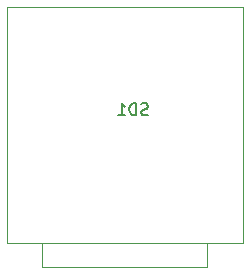
<source format=gbo>
G04 #@! TF.GenerationSoftware,KiCad,Pcbnew,(6.0.4)*
G04 #@! TF.CreationDate,2023-05-30T12:56:23+02:00*
G04 #@! TF.ProjectId,MicroPicoDriveCartridge,4d696372-6f50-4696-936f-447269766543,rev?*
G04 #@! TF.SameCoordinates,Original*
G04 #@! TF.FileFunction,Legend,Bot*
G04 #@! TF.FilePolarity,Positive*
%FSLAX46Y46*%
G04 Gerber Fmt 4.6, Leading zero omitted, Abs format (unit mm)*
G04 Created by KiCad (PCBNEW (6.0.4)) date 2023-05-30 12:56:23*
%MOMM*%
%LPD*%
G01*
G04 APERTURE LIST*
G04 Aperture macros list*
%AMRoundRect*
0 Rectangle with rounded corners*
0 $1 Rounding radius*
0 $2 $3 $4 $5 $6 $7 $8 $9 X,Y pos of 4 corners*
0 Add a 4 corners polygon primitive as box body*
4,1,4,$2,$3,$4,$5,$6,$7,$8,$9,$2,$3,0*
0 Add four circle primitives for the rounded corners*
1,1,$1+$1,$2,$3*
1,1,$1+$1,$4,$5*
1,1,$1+$1,$6,$7*
1,1,$1+$1,$8,$9*
0 Add four rect primitives between the rounded corners*
20,1,$1+$1,$2,$3,$4,$5,0*
20,1,$1+$1,$4,$5,$6,$7,0*
20,1,$1+$1,$6,$7,$8,$9,0*
20,1,$1+$1,$8,$9,$2,$3,0*%
G04 Aperture macros list end*
%ADD10C,0.150000*%
%ADD11C,0.120000*%
%ADD12R,1.800000X1.800000*%
%ADD13C,1.800000*%
%ADD14RoundRect,0.500000X-0.500000X-3.500000X0.500000X-3.500000X0.500000X3.500000X-0.500000X3.500000X0*%
%ADD15R,1.700000X1.700000*%
%ADD16O,1.700000X1.700000*%
%ADD17C,1.350000*%
G04 APERTURE END LIST*
D10*
X141311904Y-97429761D02*
X141169047Y-97477380D01*
X140930952Y-97477380D01*
X140835714Y-97429761D01*
X140788095Y-97382142D01*
X140740476Y-97286904D01*
X140740476Y-97191666D01*
X140788095Y-97096428D01*
X140835714Y-97048809D01*
X140930952Y-97001190D01*
X141121428Y-96953571D01*
X141216666Y-96905952D01*
X141264285Y-96858333D01*
X141311904Y-96763095D01*
X141311904Y-96667857D01*
X141264285Y-96572619D01*
X141216666Y-96525000D01*
X141121428Y-96477380D01*
X140883333Y-96477380D01*
X140740476Y-96525000D01*
X140311904Y-97477380D02*
X140311904Y-96477380D01*
X140073809Y-96477380D01*
X139930952Y-96525000D01*
X139835714Y-96620238D01*
X139788095Y-96715476D01*
X139740476Y-96905952D01*
X139740476Y-97048809D01*
X139788095Y-97239285D01*
X139835714Y-97334523D01*
X139930952Y-97429761D01*
X140073809Y-97477380D01*
X140311904Y-97477380D01*
X138788095Y-97477380D02*
X139359523Y-97477380D01*
X139073809Y-97477380D02*
X139073809Y-96477380D01*
X139169047Y-96620238D01*
X139264285Y-96715476D01*
X139359523Y-96763095D01*
D11*
X146350000Y-110300000D02*
X146350000Y-108300000D01*
X132350000Y-110300000D02*
X146350000Y-110300000D01*
X149350000Y-88300000D02*
X149350000Y-108300000D01*
X132350000Y-110300000D02*
X132350000Y-108300000D01*
X129350000Y-88300000D02*
X129350000Y-108300000D01*
X149350000Y-88300000D02*
X129350000Y-88300000D01*
X149350000Y-108300000D02*
X129350000Y-108300000D01*
%LPC*%
D12*
X152525000Y-88100000D03*
D13*
X155065000Y-88100000D03*
D14*
X133835000Y-67975000D03*
X136375000Y-67975000D03*
X138915000Y-67975000D03*
X141455000Y-67975000D03*
X143995000Y-67975000D03*
X146535000Y-67975000D03*
X149075000Y-67975000D03*
X151615000Y-67975000D03*
D12*
X152525000Y-97550000D03*
D13*
X155065000Y-97550000D03*
D15*
X133065000Y-86000000D03*
D16*
X135605000Y-86000000D03*
X138145000Y-86000000D03*
X140685000Y-86000000D03*
D12*
X152525000Y-92825000D03*
D13*
X155065000Y-92825000D03*
D17*
X147350000Y-90800000D03*
X145350000Y-90800000D03*
X143350000Y-90800000D03*
X141350000Y-90800000D03*
X139350000Y-90800000D03*
X137350000Y-90800000D03*
X135350000Y-90800000D03*
X133350000Y-90800000D03*
X131350000Y-90800000D03*
M02*

</source>
